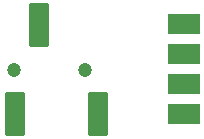
<source format=gbr>
%TF.GenerationSoftware,KiCad,Pcbnew,8.0.7*%
%TF.CreationDate,2025-02-04T22:08:06-05:00*%
%TF.ProjectId,GSCARTSW_RT4K,47534341-5254-4535-975f-5254344b2e6b,rev?*%
%TF.SameCoordinates,Original*%
%TF.FileFunction,Soldermask,Top*%
%TF.FilePolarity,Negative*%
%FSLAX46Y46*%
G04 Gerber Fmt 4.6, Leading zero omitted, Abs format (unit mm)*
G04 Created by KiCad (PCBNEW 8.0.7) date 2025-02-04 22:08:06*
%MOMM*%
%LPD*%
G01*
G04 APERTURE LIST*
G04 Aperture macros list*
%AMRoundRect*
0 Rectangle with rounded corners*
0 $1 Rounding radius*
0 $2 $3 $4 $5 $6 $7 $8 $9 X,Y pos of 4 corners*
0 Add a 4 corners polygon primitive as box body*
4,1,4,$2,$3,$4,$5,$6,$7,$8,$9,$2,$3,0*
0 Add four circle primitives for the rounded corners*
1,1,$1+$1,$2,$3*
1,1,$1+$1,$4,$5*
1,1,$1+$1,$6,$7*
1,1,$1+$1,$8,$9*
0 Add four rect primitives between the rounded corners*
20,1,$1+$1,$2,$3,$4,$5,0*
20,1,$1+$1,$4,$5,$6,$7,0*
20,1,$1+$1,$6,$7,$8,$9,0*
20,1,$1+$1,$8,$9,$2,$3,0*%
G04 Aperture macros list end*
%ADD10R,2.700000X1.700000*%
%ADD11C,1.200000*%
%ADD12RoundRect,0.102000X-0.750000X-1.750000X0.750000X-1.750000X0.750000X1.750000X-0.750000X1.750000X0*%
G04 APERTURE END LIST*
D10*
%TO.C,J1*%
X145000000Y-105200000D03*
X145000000Y-107740000D03*
X145000000Y-110280000D03*
X145000000Y-112820000D03*
%TD*%
D11*
%TO.C,J2*%
X130600000Y-109095000D03*
X136600000Y-109095000D03*
D12*
X130700000Y-112845000D03*
X132700000Y-105345000D03*
X137700000Y-112845000D03*
%TD*%
M02*

</source>
